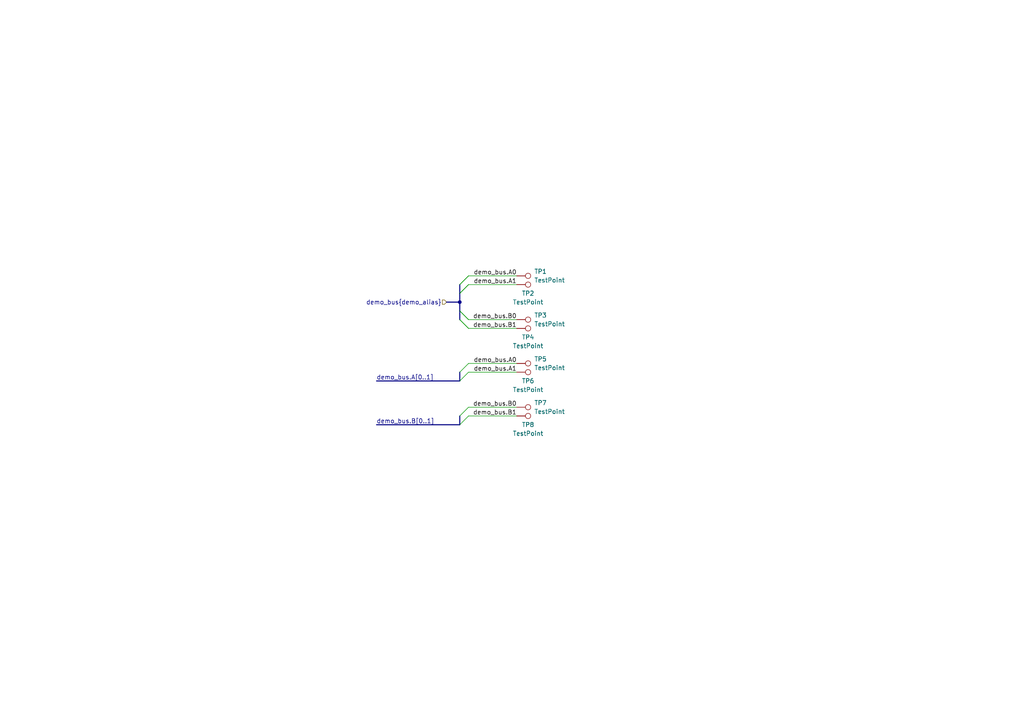
<source format=kicad_sch>
(kicad_sch (version 20231120) (generator "eeschema") (generator_version "7.99")
  (paper "A4")
  (lib_symbols
    (symbol "Connector:TestPoint" (pin_numbers hide) (pin_names (offset 0.762) hide)
      (property "Reference" "TP" (at 0 6.858 0))
      (property "Value" "TestPoint" (at 0 5.08 0))
      (symbol "TestPoint_0_1"
        (circle (center 0 3.302) (radius 0.762))
      )
      (symbol "TestPoint_1_1"
        (pin passive line (at 0 0 90) (length 2.54) (name "1") (number "1"))
      )
    )
  )
  (bus_alias "demo_alias" (members "A[0..1]" "B[0..1]"))
  (junction (at 133.35 87.63))
  (bus_entry (at 133.35 123.19) (size 2.54 -2.54))
  (bus_entry (at 133.35 82.55) (size 2.54 -2.54))
  (bus_entry (at 133.35 92.71) (size 2.54 2.54))
  (bus_entry (at 133.35 110.49) (size 2.54 -2.54))
  (bus_entry (at 133.35 120.65) (size 2.54 -2.54))
  (bus_entry (at 133.35 107.95) (size 2.54 -2.54))
  (bus_entry (at 133.35 90.17) (size 2.54 2.54))
  (bus_entry (at 133.35 85.09) (size 2.54 -2.54))
  (bus_entry (at 133.35 85.09) (size 2.54 -2.54))
  (bus_entry (at 133.35 92.71) (size 2.54 2.54))
  (bus_entry (at 133.35 90.17) (size 2.54 2.54))
  (bus_entry (at 133.35 82.55) (size 2.54 -2.54))
  (bus (pts (xy 129.54 87.63) (xy 133.35 87.63)))
  (wire (pts (xy 135.89 105.41) (xy 149.86 105.41)))
  (wire (pts (xy 135.89 95.25) (xy 149.86 95.25)))
  (bus (pts (xy 133.35 90.17) (xy 133.35 92.71)))
  (wire (pts (xy 135.89 92.71) (xy 149.86 92.71)))
  (wire (pts (xy 135.89 82.55) (xy 149.86 82.55)))
  (bus (pts (xy 133.35 107.95) (xy 133.35 110.49)))
  (wire (pts (xy 135.89 80.01) (xy 149.86 80.01)))
  (bus (pts (xy 133.35 90.17) (xy 133.35 87.63)))
  (wire (pts (xy 135.89 120.65) (xy 149.86 120.65)))
  (wire (pts (xy 135.89 118.11) (xy 149.86 118.11)))
  (wire (pts (xy 135.89 107.95) (xy 149.86 107.95)))
  (bus (pts (xy 109.22 110.49) (xy 133.35 110.49)))
  (bus (pts (xy 133.35 120.65) (xy 133.35 123.19)))
  (bus (pts (xy 109.22 123.19) (xy 133.35 123.19)))
  (bus (pts (xy 133.35 82.55) (xy 133.35 85.09)))
  (bus (pts (xy 133.35 85.09) (xy 133.35 87.63)))
  (label "demo_bus.B0" (at 149.86 92.71 180))
  (label "demo_bus.A0" (at 149.86 80.01 180))
  (label "demo_bus.B0" (at 149.86 118.11 180))
  (label "demo_bus.A[0..1]" (at 109.22 110.49 0))
  (label "demo_bus.B1" (at 149.86 95.25 180))
  (label "demo_bus.A1" (at 149.86 107.95 180))
  (label "demo_bus.A1" (at 149.86 82.55 180))
  (label "demo_bus.B[0..1]" (at 109.22 123.19 0))
  (label "demo_bus.A0" (at 149.86 105.41 180))
  (label "demo_bus.B1" (at 149.86 120.65 180))
  (hierarchical_label "demo_bus{demo_alias}" (shape input) (at 129.54 87.63 180))
  (symbol (lib_id "Connector:TestPoint") (at 149.86 105.41 270) (unit 1)
    (property "Reference" "TP5" (at 154.94 104.1399 90) (effects (justify left)))
    (property "Value" "TestPoint" (at 154.94 106.6799 90) (effects (justify left)))
    (property "Description" "test point" (effects (hide yes)))
  )
  (symbol (lib_id "Connector:TestPoint") (at 149.86 107.95 270) (unit 1)
    (property "Reference" "TP6" (at 153.162 110.49 90))
    (property "Value" "TestPoint" (at 153.162 113.03 90))
    (property "Description" "test point" (effects (hide yes)))
  )
  (symbol (lib_id "Connector:TestPoint") (at 149.86 82.55 270) (unit 1)
    (property "Reference" "TP2" (at 153.162 85.09 90))
    (property "Value" "TestPoint" (at 153.162 87.63 90))
    (property "Description" "test point" (effects (hide yes)))
  )
  (symbol (lib_id "Connector:TestPoint") (at 149.86 92.71 270) (unit 1)
    (property "Reference" "TP3" (at 154.94 91.4399 90) (effects (justify left)))
    (property "Value" "TestPoint" (at 154.94 93.9799 90) (effects (justify left)))
    (property "Description" "test point" (effects (hide yes)))
  )
  (symbol (lib_id "Connector:TestPoint") (at 149.86 120.65 270) (unit 1)
    (property "Reference" "TP8" (at 153.162 123.19 90))
    (property "Value" "TestPoint" (at 153.162 125.73 90))
    (property "Description" "test point" (effects (hide yes)))
  )
  (symbol (lib_id "Connector:TestPoint") (at 149.86 95.25 270) (unit 1)
    (property "Reference" "TP4" (at 153.162 97.79 90))
    (property "Value" "TestPoint" (at 153.162 100.33 90))
    (property "Description" "test point" (effects (hide yes)))
  )
  (symbol (lib_id "Connector:TestPoint") (at 149.86 80.01 270) (unit 1)
    (property "Reference" "TP1" (at 154.94 78.7399 90) (effects (justify left)))
    (property "Value" "TestPoint" (at 154.94 81.2799 90) (effects (justify left)))
    (property "Description" "test point" (effects (hide yes)))
  )
  (symbol (lib_id "Connector:TestPoint") (at 149.86 118.11 270) (unit 1)
    (property "Reference" "TP7" (at 154.94 116.8399 90) (effects (justify left)))
    (property "Value" "TestPoint" (at 154.94 119.3799 90) (effects (justify left)))
    (property "Description" "test point" (effects (hide yes)))
  )
)
</source>
